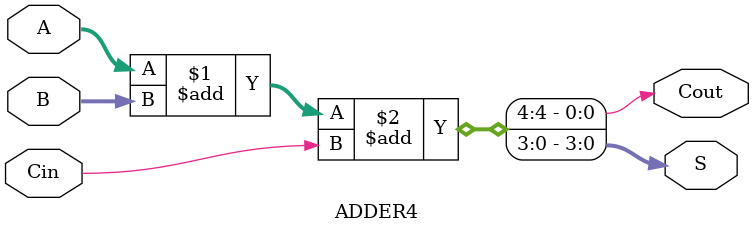
<source format=sv>
module ADDER4(
	input logic [3:0] A, B, 
	input logic Cin, 
	output logic [3:0] S, 
	output logic Cout);

	  assign {Cout, S} = A+B+Cin;
endmodule

</source>
